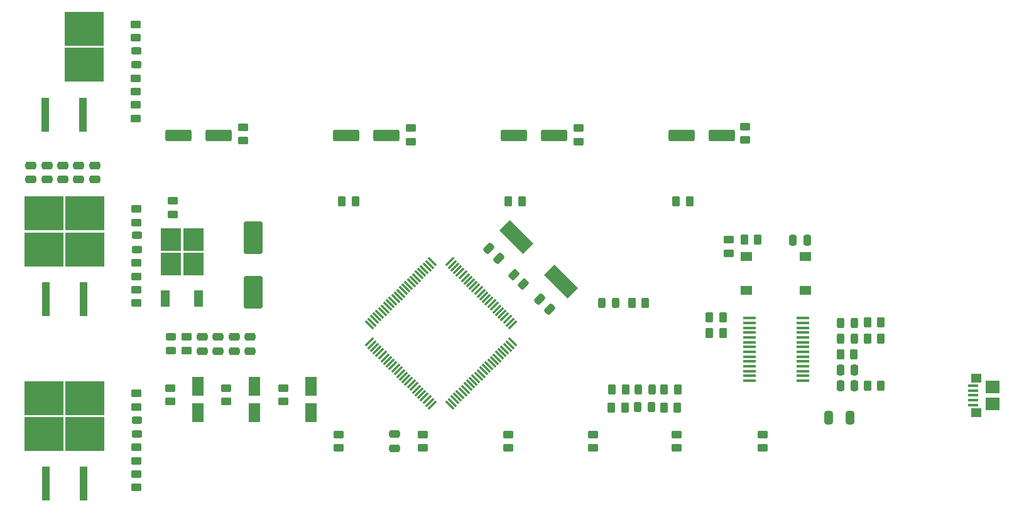
<source format=gbr>
%TF.GenerationSoftware,KiCad,Pcbnew,(6.0.5)*%
%TF.CreationDate,2022-12-16T11:23:46+03:00*%
%TF.ProjectId,3dprinter,33647072-696e-4746-9572-2e6b69636164,rev?*%
%TF.SameCoordinates,Original*%
%TF.FileFunction,Paste,Top*%
%TF.FilePolarity,Positive*%
%FSLAX46Y46*%
G04 Gerber Fmt 4.6, Leading zero omitted, Abs format (unit mm)*
G04 Created by KiCad (PCBNEW (6.0.5)) date 2022-12-16 11:23:46*
%MOMM*%
%LPD*%
G01*
G04 APERTURE LIST*
G04 Aperture macros list*
%AMRoundRect*
0 Rectangle with rounded corners*
0 $1 Rounding radius*
0 $2 $3 $4 $5 $6 $7 $8 $9 X,Y pos of 4 corners*
0 Add a 4 corners polygon primitive as box body*
4,1,4,$2,$3,$4,$5,$6,$7,$8,$9,$2,$3,0*
0 Add four circle primitives for the rounded corners*
1,1,$1+$1,$2,$3*
1,1,$1+$1,$4,$5*
1,1,$1+$1,$6,$7*
1,1,$1+$1,$8,$9*
0 Add four rect primitives between the rounded corners*
20,1,$1+$1,$2,$3,$4,$5,0*
20,1,$1+$1,$4,$5,$6,$7,0*
20,1,$1+$1,$6,$7,$8,$9,0*
20,1,$1+$1,$8,$9,$2,$3,0*%
%AMRotRect*
0 Rectangle, with rotation*
0 The origin of the aperture is its center*
0 $1 length*
0 $2 width*
0 $3 Rotation angle, in degrees counterclockwise*
0 Add horizontal line*
21,1,$1,$2,0,0,$3*%
G04 Aperture macros list end*
%ADD10R,5.250000X4.550000*%
%ADD11R,1.100000X4.600000*%
%ADD12RoundRect,0.250000X-0.450000X0.262500X-0.450000X-0.262500X0.450000X-0.262500X0.450000X0.262500X0*%
%ADD13RoundRect,0.243750X-0.243750X-0.456250X0.243750X-0.456250X0.243750X0.456250X-0.243750X0.456250X0*%
%ADD14RoundRect,0.243750X-0.456250X0.243750X-0.456250X-0.243750X0.456250X-0.243750X0.456250X0.243750X0*%
%ADD15RoundRect,0.250000X-0.250000X-0.475000X0.250000X-0.475000X0.250000X0.475000X-0.250000X0.475000X0*%
%ADD16RoundRect,0.250000X0.503814X0.132583X0.132583X0.503814X-0.503814X-0.132583X-0.132583X-0.503814X0*%
%ADD17RoundRect,0.250000X0.450000X-0.262500X0.450000X0.262500X-0.450000X0.262500X-0.450000X-0.262500X0*%
%ADD18RoundRect,0.250000X0.475000X-0.250000X0.475000X0.250000X-0.475000X0.250000X-0.475000X-0.250000X0*%
%ADD19RoundRect,0.250000X-1.500000X-0.550000X1.500000X-0.550000X1.500000X0.550000X-1.500000X0.550000X0*%
%ADD20RoundRect,0.250000X0.262500X0.450000X-0.262500X0.450000X-0.262500X-0.450000X0.262500X-0.450000X0*%
%ADD21R,1.400000X0.400000*%
%ADD22R,1.450000X1.150000*%
%ADD23R,1.900000X1.750000*%
%ADD24RoundRect,0.250000X0.325000X0.650000X-0.325000X0.650000X-0.325000X-0.650000X0.325000X-0.650000X0*%
%ADD25RoundRect,0.250000X-0.262500X-0.450000X0.262500X-0.450000X0.262500X0.450000X-0.262500X0.450000X0*%
%ADD26RotRect,4.500000X2.000000X135.000000*%
%ADD27RoundRect,0.250000X-0.512652X-0.159099X-0.159099X-0.512652X0.512652X0.159099X0.159099X0.512652X0*%
%ADD28RoundRect,0.243750X0.456250X-0.243750X0.456250X0.243750X-0.456250X0.243750X-0.456250X-0.243750X0*%
%ADD29R,1.550000X1.300000*%
%ADD30RoundRect,0.075000X0.521491X-0.415425X-0.415425X0.521491X-0.521491X0.415425X0.415425X-0.521491X0*%
%ADD31RoundRect,0.075000X0.521491X0.415425X0.415425X0.521491X-0.521491X-0.415425X-0.415425X-0.521491X0*%
%ADD32R,2.750000X3.050000*%
%ADD33R,1.200000X2.200000*%
%ADD34RoundRect,0.243750X0.243750X0.456250X-0.243750X0.456250X-0.243750X-0.456250X0.243750X-0.456250X0*%
%ADD35RoundRect,0.250000X1.000000X-1.950000X1.000000X1.950000X-1.000000X1.950000X-1.000000X-1.950000X0*%
%ADD36RoundRect,0.250000X0.550000X-1.050000X0.550000X1.050000X-0.550000X1.050000X-0.550000X-1.050000X0*%
%ADD37R,1.750000X0.450000*%
%ADD38RoundRect,0.250000X0.512652X0.159099X0.159099X0.512652X-0.512652X-0.159099X-0.159099X-0.512652X0*%
G04 APERTURE END LIST*
D10*
%TO.C,Q1*%
X124750000Y-104450000D03*
X119200000Y-109300000D03*
X119200000Y-104450000D03*
X124750000Y-109300000D03*
D11*
X119435000Y-116025000D03*
X124515000Y-116025000D03*
%TD*%
%TO.C,Q2*%
X124515000Y-91100000D03*
X119435000Y-91100000D03*
D10*
X124750000Y-84375000D03*
X124750000Y-79525000D03*
X119200000Y-84375000D03*
X119200000Y-79525000D03*
%TD*%
D12*
%TO.C,R12*%
X131600000Y-64887500D03*
X131600000Y-66712500D03*
%TD*%
D13*
%TO.C,D11*%
X226575001Y-96458749D03*
X228450001Y-96458749D03*
%TD*%
D14*
%TO.C,D12*%
X136300000Y-96200000D03*
X136300000Y-98075000D03*
%TD*%
D15*
%TO.C,C8*%
X220170000Y-83130000D03*
X222070000Y-83130000D03*
%TD*%
D13*
%TO.C,D2*%
X199282500Y-103255003D03*
X201157500Y-103255003D03*
%TD*%
D16*
%TO.C,R3*%
X183856334Y-89053713D03*
X182565864Y-87763243D03*
%TD*%
D17*
%TO.C,R14*%
X131675000Y-88017500D03*
X131675000Y-86192500D03*
%TD*%
D18*
%TO.C,C19*%
X123900000Y-74950000D03*
X123900000Y-73050000D03*
%TD*%
D19*
%TO.C,C15*%
X205160000Y-69000000D03*
X210560000Y-69000000D03*
%TD*%
D17*
%TO.C,R13*%
X131675000Y-112922500D03*
X131675000Y-111097500D03*
%TD*%
%TO.C,R1*%
X211500000Y-84912500D03*
X211500000Y-83087500D03*
%TD*%
%TO.C,R20*%
X151500000Y-104912500D03*
X151500000Y-103087500D03*
%TD*%
D12*
%TO.C,R23*%
X146060000Y-67887500D03*
X146060000Y-69712500D03*
%TD*%
D18*
%TO.C,C18*%
X121750000Y-74950000D03*
X121750000Y-73050000D03*
%TD*%
D17*
%TO.C,R17*%
X131675000Y-105642500D03*
X131675000Y-103817500D03*
%TD*%
D12*
%TO.C,R29*%
X213700000Y-67787500D03*
X213700000Y-69612500D03*
%TD*%
D18*
%TO.C,C2*%
X140553000Y-98107500D03*
X140553000Y-96207500D03*
%TD*%
D20*
%TO.C,R2*%
X200272500Y-91620001D03*
X198447500Y-91620001D03*
%TD*%
D21*
%TO.C,J2*%
X244450000Y-105400000D03*
X244450000Y-104750000D03*
X244450000Y-104100000D03*
X244450000Y-103450000D03*
X244450000Y-102800000D03*
D22*
X244870000Y-101780000D03*
D23*
X247100000Y-105225000D03*
X247100000Y-102975000D03*
D22*
X244870000Y-106420000D03*
%TD*%
D20*
%TO.C,R28*%
X206212500Y-77900000D03*
X204387500Y-77900000D03*
%TD*%
D24*
%TO.C,FB1*%
X227875000Y-107100000D03*
X224925000Y-107100000D03*
%TD*%
D18*
%TO.C,C17*%
X119600000Y-74950000D03*
X119600000Y-73050000D03*
%TD*%
%TO.C,C5*%
X147000000Y-98107500D03*
X147000000Y-96207500D03*
%TD*%
D17*
%TO.C,R9*%
X136200000Y-104912500D03*
X136200000Y-103087500D03*
%TD*%
D19*
%TO.C,C12*%
X137360000Y-69000000D03*
X142760000Y-69000000D03*
%TD*%
D25*
%TO.C,R34*%
X195787500Y-103300000D03*
X197612500Y-103300000D03*
%TD*%
D26*
%TO.C,Y1*%
X188905204Y-88705204D03*
X182894796Y-82694796D03*
%TD*%
D18*
%TO.C,C3*%
X142702000Y-98107500D03*
X142702000Y-96207500D03*
%TD*%
D17*
%TO.C,R22*%
X136560000Y-79645000D03*
X136560000Y-77820000D03*
%TD*%
D27*
%TO.C,C7*%
X179139349Y-84236728D03*
X180482851Y-85580230D03*
%TD*%
D17*
%TO.C,R16*%
X143800000Y-104912500D03*
X143800000Y-103087500D03*
%TD*%
D28*
%TO.C,D6*%
X131720000Y-109287500D03*
X131720000Y-107412500D03*
%TD*%
D25*
%TO.C,R8*%
X213587500Y-83100001D03*
X215412500Y-83100001D03*
%TD*%
D19*
%TO.C,C13*%
X159960000Y-69000000D03*
X165360000Y-69000000D03*
%TD*%
D13*
%TO.C,D3*%
X199219999Y-105678207D03*
X201094999Y-105678207D03*
%TD*%
D29*
%TO.C,SW1*%
X213845000Y-85380001D03*
X221795000Y-85380001D03*
X213845000Y-89880001D03*
X221795000Y-89880001D03*
%TD*%
D18*
%TO.C,C4*%
X144851000Y-98107500D03*
X144851000Y-96207500D03*
%TD*%
D30*
%TO.C,U1*%
X173886665Y-105386157D03*
X174240218Y-105032604D03*
X174593772Y-104679051D03*
X174947325Y-104325497D03*
X175300879Y-103971944D03*
X175654432Y-103618390D03*
X176007985Y-103264837D03*
X176361539Y-102911284D03*
X176715092Y-102557730D03*
X177068646Y-102204177D03*
X177422199Y-101850623D03*
X177775752Y-101497070D03*
X178129306Y-101143517D03*
X178482859Y-100789963D03*
X178836412Y-100436410D03*
X179189966Y-100082857D03*
X179543519Y-99729303D03*
X179897073Y-99375750D03*
X180250626Y-99022196D03*
X180604179Y-98668643D03*
X180957733Y-98315090D03*
X181311286Y-97961536D03*
X181664840Y-97607983D03*
X182018393Y-97254429D03*
X182371946Y-96900876D03*
D31*
X182371946Y-94549746D03*
X182018393Y-94196193D03*
X181664840Y-93842639D03*
X181311286Y-93489086D03*
X180957733Y-93135532D03*
X180604179Y-92781979D03*
X180250626Y-92428426D03*
X179897073Y-92074872D03*
X179543519Y-91721319D03*
X179189966Y-91367765D03*
X178836412Y-91014212D03*
X178482859Y-90660659D03*
X178129306Y-90307105D03*
X177775752Y-89953552D03*
X177422199Y-89599999D03*
X177068646Y-89246445D03*
X176715092Y-88892892D03*
X176361539Y-88539338D03*
X176007985Y-88185785D03*
X175654432Y-87832232D03*
X175300879Y-87478678D03*
X174947325Y-87125125D03*
X174593772Y-86771571D03*
X174240218Y-86418018D03*
X173886665Y-86064465D03*
D30*
X171535535Y-86064465D03*
X171181982Y-86418018D03*
X170828428Y-86771571D03*
X170474875Y-87125125D03*
X170121321Y-87478678D03*
X169767768Y-87832232D03*
X169414215Y-88185785D03*
X169060661Y-88539338D03*
X168707108Y-88892892D03*
X168353554Y-89246445D03*
X168000001Y-89599999D03*
X167646448Y-89953552D03*
X167292894Y-90307105D03*
X166939341Y-90660659D03*
X166585788Y-91014212D03*
X166232234Y-91367765D03*
X165878681Y-91721319D03*
X165525127Y-92074872D03*
X165171574Y-92428426D03*
X164818021Y-92781979D03*
X164464467Y-93135532D03*
X164110914Y-93489086D03*
X163757360Y-93842639D03*
X163403807Y-94196193D03*
X163050254Y-94549746D03*
D31*
X163050254Y-96900876D03*
X163403807Y-97254429D03*
X163757360Y-97607983D03*
X164110914Y-97961536D03*
X164464467Y-98315090D03*
X164818021Y-98668643D03*
X165171574Y-99022196D03*
X165525127Y-99375750D03*
X165878681Y-99729303D03*
X166232234Y-100082857D03*
X166585788Y-100436410D03*
X166939341Y-100789963D03*
X167292894Y-101143517D03*
X167646448Y-101497070D03*
X168000001Y-101850623D03*
X168353554Y-102204177D03*
X168707108Y-102557730D03*
X169060661Y-102911284D03*
X169414215Y-103264837D03*
X169767768Y-103618390D03*
X170121321Y-103971944D03*
X170474875Y-104325497D03*
X170828428Y-104679051D03*
X171181982Y-105032604D03*
X171535535Y-105386157D03*
%TD*%
D17*
%TO.C,R18*%
X131675000Y-80737500D03*
X131675000Y-78912500D03*
%TD*%
D20*
%TO.C,R24*%
X161212500Y-77900000D03*
X159387500Y-77900000D03*
%TD*%
D12*
%TO.C,R44*%
X216100000Y-109387500D03*
X216100000Y-111212500D03*
%TD*%
D20*
%TO.C,R26*%
X183612500Y-77900000D03*
X181787500Y-77900000D03*
%TD*%
D15*
%TO.C,C22*%
X226542501Y-100671250D03*
X228442501Y-100671250D03*
%TD*%
D18*
%TO.C,C16*%
X117450000Y-74950000D03*
X117450000Y-73050000D03*
%TD*%
D12*
%TO.C,R41*%
X181800000Y-109387500D03*
X181800000Y-111212500D03*
%TD*%
%TO.C,R25*%
X168660000Y-67987500D03*
X168660000Y-69812500D03*
%TD*%
D25*
%TO.C,R37*%
X230200002Y-102799998D03*
X232025002Y-102799998D03*
%TD*%
%TO.C,R33*%
X195675000Y-105723205D03*
X197500000Y-105723205D03*
%TD*%
D15*
%TO.C,C21*%
X226542500Y-102800000D03*
X228442500Y-102800000D03*
%TD*%
D32*
%TO.C,U3*%
X139325000Y-83025000D03*
X136275000Y-83025000D03*
X139325000Y-86375000D03*
X136275000Y-86375000D03*
D33*
X135520000Y-91000000D03*
X140080000Y-91000000D03*
%TD*%
D34*
%TO.C,D1*%
X196300000Y-91600000D03*
X194425000Y-91600000D03*
%TD*%
D10*
%TO.C,Q3*%
X124675000Y-54600000D03*
X124675000Y-59450000D03*
D11*
X119360000Y-66175000D03*
X124440000Y-66175000D03*
%TD*%
D12*
%TO.C,R11*%
X131675000Y-89812500D03*
X131675000Y-91637500D03*
%TD*%
D20*
%TO.C,R31*%
X210712502Y-95699998D03*
X208887502Y-95699998D03*
%TD*%
D35*
%TO.C,C23*%
X147400000Y-90200000D03*
X147400000Y-82800000D03*
%TD*%
D36*
%TO.C,C9*%
X139960000Y-106442500D03*
X139960000Y-102842500D03*
%TD*%
D25*
%TO.C,R5*%
X202775000Y-105723206D03*
X204600000Y-105723206D03*
%TD*%
D12*
%TO.C,R10*%
X131675000Y-114717500D03*
X131675000Y-116542500D03*
%TD*%
D20*
%TO.C,R32*%
X210712500Y-93600000D03*
X208887500Y-93600000D03*
%TD*%
D12*
%TO.C,R27*%
X191260000Y-67987500D03*
X191260000Y-69812500D03*
%TD*%
D25*
%TO.C,R4*%
X202787500Y-103300000D03*
X204612500Y-103300000D03*
%TD*%
D37*
%TO.C,U2*%
X214312499Y-93675000D03*
X214312499Y-94325000D03*
X214312499Y-94975000D03*
X214312499Y-95625000D03*
X214312499Y-96275000D03*
X214312499Y-96925000D03*
X214312499Y-97575000D03*
X214312499Y-98225000D03*
X214312499Y-98875000D03*
X214312499Y-99525000D03*
X214312499Y-100175000D03*
X214312499Y-100825000D03*
X214312499Y-101475000D03*
X214312499Y-102125000D03*
X221512499Y-102125000D03*
X221512499Y-101475000D03*
X221512499Y-100825000D03*
X221512499Y-100175000D03*
X221512499Y-99525000D03*
X221512499Y-98875000D03*
X221512499Y-98225000D03*
X221512499Y-97575000D03*
X221512499Y-96925000D03*
X221512499Y-96275000D03*
X221512499Y-95625000D03*
X221512499Y-94975000D03*
X221512499Y-94325000D03*
X221512499Y-93675000D03*
%TD*%
D25*
%TO.C,R36*%
X230200001Y-96413750D03*
X232025001Y-96413750D03*
%TD*%
D13*
%TO.C,D10*%
X226575000Y-94300000D03*
X228450000Y-94300000D03*
%TD*%
D18*
%TO.C,C20*%
X126050000Y-74950000D03*
X126050000Y-73050000D03*
%TD*%
D28*
%TO.C,D7*%
X131720000Y-84382500D03*
X131720000Y-82507500D03*
%TD*%
D19*
%TO.C,C14*%
X182560000Y-69000000D03*
X187960000Y-69000000D03*
%TD*%
D17*
%TO.C,R19*%
X131600000Y-55812500D03*
X131600000Y-53987500D03*
%TD*%
D18*
%TO.C,C1*%
X166500000Y-111230000D03*
X166500000Y-109330000D03*
%TD*%
D25*
%TO.C,R35*%
X230200000Y-94255001D03*
X232025000Y-94255001D03*
%TD*%
D17*
%TO.C,R15*%
X131600000Y-63092500D03*
X131600000Y-61267500D03*
%TD*%
D12*
%TO.C,R43*%
X204500000Y-109387500D03*
X204500000Y-111212500D03*
%TD*%
%TO.C,R42*%
X193200000Y-109387500D03*
X193200000Y-111212500D03*
%TD*%
%TO.C,R40*%
X170300000Y-109387500D03*
X170300000Y-111212500D03*
%TD*%
%TO.C,R39*%
X158900000Y-109387500D03*
X158900000Y-111212500D03*
%TD*%
D38*
%TO.C,C6*%
X187382849Y-92480230D03*
X186039347Y-91136728D03*
%TD*%
D17*
%TO.C,R38*%
X138434000Y-98050000D03*
X138434000Y-96225000D03*
%TD*%
D25*
%TO.C,R30*%
X226560002Y-98572498D03*
X228385002Y-98572498D03*
%TD*%
D36*
%TO.C,C11*%
X155160000Y-106442500D03*
X155160000Y-102842500D03*
%TD*%
D28*
%TO.C,D8*%
X131645000Y-59457500D03*
X131645000Y-57582500D03*
%TD*%
D36*
%TO.C,C10*%
X147560000Y-106442500D03*
X147560000Y-102842500D03*
%TD*%
M02*

</source>
